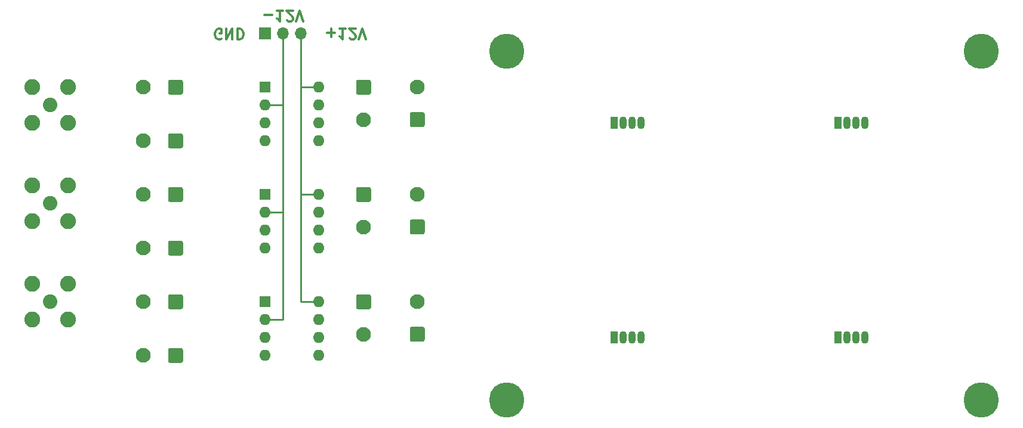
<source format=gbr>
%TF.GenerationSoftware,KiCad,Pcbnew,(5.1.9)-1*%
%TF.CreationDate,2022-04-08T15:22:57-04:00*%
%TF.ProjectId,March_PCB_Design_2_2b2848RGB,4d617263-685f-4504-9342-5f4465736967,rev?*%
%TF.SameCoordinates,Original*%
%TF.FileFunction,Copper,L2,Bot*%
%TF.FilePolarity,Positive*%
%FSLAX46Y46*%
G04 Gerber Fmt 4.6, Leading zero omitted, Abs format (unit mm)*
G04 Created by KiCad (PCBNEW (5.1.9)-1) date 2022-04-08 15:22:57*
%MOMM*%
%LPD*%
G01*
G04 APERTURE LIST*
%TA.AperFunction,NonConductor*%
%ADD10C,0.300000*%
%TD*%
%TA.AperFunction,ComponentPad*%
%ADD11O,1.600000X1.600000*%
%TD*%
%TA.AperFunction,ComponentPad*%
%ADD12R,1.600000X1.600000*%
%TD*%
%TA.AperFunction,ComponentPad*%
%ADD13O,1.700000X1.700000*%
%TD*%
%TA.AperFunction,ComponentPad*%
%ADD14R,1.700000X1.700000*%
%TD*%
%TA.AperFunction,ComponentPad*%
%ADD15O,1.070000X1.800000*%
%TD*%
%TA.AperFunction,ComponentPad*%
%ADD16R,1.070000X1.800000*%
%TD*%
%TA.AperFunction,ComponentPad*%
%ADD17C,2.900000*%
%TD*%
%TA.AperFunction,ConnectorPad*%
%ADD18C,5.000000*%
%TD*%
%TA.AperFunction,ComponentPad*%
%ADD19C,2.100000*%
%TD*%
%TA.AperFunction,ComponentPad*%
%ADD20C,2.250000*%
%TD*%
%TA.AperFunction,ComponentPad*%
%ADD21C,2.050000*%
%TD*%
%TA.AperFunction,Conductor*%
%ADD22C,0.250000*%
%TD*%
G04 APERTURE END LIST*
D10*
X114197142Y-64662857D02*
X115340000Y-64662857D01*
X114768571Y-64091428D02*
X114768571Y-65234285D01*
X116840000Y-64091428D02*
X115982857Y-64091428D01*
X116411428Y-64091428D02*
X116411428Y-65591428D01*
X116268571Y-65377142D01*
X116125714Y-65234285D01*
X115982857Y-65162857D01*
X117411428Y-65448571D02*
X117482857Y-65520000D01*
X117625714Y-65591428D01*
X117982857Y-65591428D01*
X118125714Y-65520000D01*
X118197142Y-65448571D01*
X118268571Y-65305714D01*
X118268571Y-65162857D01*
X118197142Y-64948571D01*
X117340000Y-64091428D01*
X118268571Y-64091428D01*
X118697142Y-65591428D02*
X119197142Y-64091428D01*
X119697142Y-65591428D01*
X105307142Y-62122857D02*
X106450000Y-62122857D01*
X107950000Y-61551428D02*
X107092857Y-61551428D01*
X107521428Y-61551428D02*
X107521428Y-63051428D01*
X107378571Y-62837142D01*
X107235714Y-62694285D01*
X107092857Y-62622857D01*
X108521428Y-62908571D02*
X108592857Y-62980000D01*
X108735714Y-63051428D01*
X109092857Y-63051428D01*
X109235714Y-62980000D01*
X109307142Y-62908571D01*
X109378571Y-62765714D01*
X109378571Y-62622857D01*
X109307142Y-62408571D01*
X108450000Y-61551428D01*
X109378571Y-61551428D01*
X109807142Y-63051428D02*
X110307142Y-61551428D01*
X110807142Y-63051428D01*
X99187142Y-65520000D02*
X99044285Y-65591428D01*
X98830000Y-65591428D01*
X98615714Y-65520000D01*
X98472857Y-65377142D01*
X98401428Y-65234285D01*
X98330000Y-64948571D01*
X98330000Y-64734285D01*
X98401428Y-64448571D01*
X98472857Y-64305714D01*
X98615714Y-64162857D01*
X98830000Y-64091428D01*
X98972857Y-64091428D01*
X99187142Y-64162857D01*
X99258571Y-64234285D01*
X99258571Y-64734285D01*
X98972857Y-64734285D01*
X99901428Y-64091428D02*
X99901428Y-65591428D01*
X100758571Y-64091428D01*
X100758571Y-65591428D01*
X101472857Y-64091428D02*
X101472857Y-65591428D01*
X101830000Y-65591428D01*
X102044285Y-65520000D01*
X102187142Y-65377142D01*
X102258571Y-65234285D01*
X102330000Y-64948571D01*
X102330000Y-64734285D01*
X102258571Y-64448571D01*
X102187142Y-64305714D01*
X102044285Y-64162857D01*
X101830000Y-64091428D01*
X101472857Y-64091428D01*
D11*
%TO.P,J6,8*%
%TO.N,+12V*%
X113030000Y-102870000D03*
%TO.P,J6,4*%
%TO.N,Net-(J6-Pad4)*%
X105410000Y-110490000D03*
%TO.P,J6,7*%
%TO.N,Net-(J6-Pad7)*%
X113030000Y-105410000D03*
%TO.P,J6,3*%
%TO.N,Net-(J6-Pad3)*%
X105410000Y-107950000D03*
%TO.P,J6,6*%
%TO.N,Net-(J6-Pad6)*%
X113030000Y-107950000D03*
%TO.P,J6,2*%
%TO.N,-12V*%
X105410000Y-105410000D03*
%TO.P,J6,5*%
%TO.N,Net-(J6-Pad5)*%
X113030000Y-110490000D03*
D12*
%TO.P,J6,1*%
%TO.N,Net-(J6-Pad1)*%
X105410000Y-102870000D03*
%TD*%
D13*
%TO.P,REF\u002A\u002A,3*%
%TO.N,+12V*%
X110490000Y-64770000D03*
%TO.P,REF\u002A\u002A,2*%
%TO.N,-12V*%
X107950000Y-64770000D03*
D14*
%TO.P,REF\u002A\u002A,1*%
%TO.N,GND*%
X105410000Y-64770000D03*
%TD*%
D15*
%TO.P,D3,4*%
%TO.N,Net-(D1-Pad4)*%
X158750000Y-107950000D03*
%TO.P,D3,3*%
%TO.N,GND*%
X157480000Y-107950000D03*
%TO.P,D3,2*%
%TO.N,Net-(D1-Pad2)*%
X156210000Y-107950000D03*
D16*
%TO.P,D3,1*%
%TO.N,Net-(D1-Pad1)*%
X154940000Y-107950000D03*
%TD*%
D17*
%TO.P,REF\u002A\u002A,1*%
%TO.N,N/C*%
X139700000Y-67310000D03*
D18*
X139700000Y-67310000D03*
%TD*%
D17*
%TO.P,REF\u002A\u002A,1*%
%TO.N,N/C*%
X139700000Y-116840000D03*
D18*
X139700000Y-116840000D03*
%TD*%
D17*
%TO.P,REF\u002A\u002A,1*%
%TO.N,N/C*%
X207010000Y-116840000D03*
D18*
X207010000Y-116840000D03*
%TD*%
%TO.P,REF\u002A\u002A,1*%
%TO.N,N/C*%
X207010000Y-67310000D03*
D17*
X207010000Y-67310000D03*
%TD*%
D19*
%TO.P,R12,2*%
%TO.N,Net-(J6-Pad1)*%
X127000000Y-102870000D03*
%TO.P,R12,1*%
%TO.N,Net-(D1-Pad1)*%
%TA.AperFunction,ComponentPad*%
G36*
G01*
X127800001Y-108520000D02*
X126199999Y-108520000D01*
G75*
G02*
X125950000Y-108270001I0J249999D01*
G01*
X125950000Y-106669999D01*
G75*
G02*
X126199999Y-106420000I249999J0D01*
G01*
X127800001Y-106420000D01*
G75*
G02*
X128050000Y-106669999I0J-249999D01*
G01*
X128050000Y-108270001D01*
G75*
G02*
X127800001Y-108520000I-249999J0D01*
G01*
G37*
%TD.AperFunction*%
%TD*%
%TO.P,R11,2*%
%TO.N,Net-(J5-Pad1)*%
X127000000Y-87630000D03*
%TO.P,R11,1*%
%TO.N,Net-(D1-Pad2)*%
%TA.AperFunction,ComponentPad*%
G36*
G01*
X127800001Y-93280000D02*
X126199999Y-93280000D01*
G75*
G02*
X125950000Y-93030001I0J249999D01*
G01*
X125950000Y-91429999D01*
G75*
G02*
X126199999Y-91180000I249999J0D01*
G01*
X127800001Y-91180000D01*
G75*
G02*
X128050000Y-91429999I0J-249999D01*
G01*
X128050000Y-93030001D01*
G75*
G02*
X127800001Y-93280000I-249999J0D01*
G01*
G37*
%TD.AperFunction*%
%TD*%
%TO.P,R10,2*%
%TO.N,Net-(J4-Pad1)*%
X127000000Y-72390000D03*
%TO.P,R10,1*%
%TO.N,Net-(D1-Pad4)*%
%TA.AperFunction,ComponentPad*%
G36*
G01*
X127800001Y-78040000D02*
X126199999Y-78040000D01*
G75*
G02*
X125950000Y-77790001I0J249999D01*
G01*
X125950000Y-76189999D01*
G75*
G02*
X126199999Y-75940000I249999J0D01*
G01*
X127800001Y-75940000D01*
G75*
G02*
X128050000Y-76189999I0J-249999D01*
G01*
X128050000Y-77790001D01*
G75*
G02*
X127800001Y-78040000I-249999J0D01*
G01*
G37*
%TD.AperFunction*%
%TD*%
%TO.P,R9,2*%
%TO.N,Net-(J6-Pad6)*%
X119380000Y-107470000D03*
%TO.P,R9,1*%
%TO.N,Net-(J6-Pad1)*%
%TA.AperFunction,ComponentPad*%
G36*
G01*
X118579999Y-101820000D02*
X120180001Y-101820000D01*
G75*
G02*
X120430000Y-102069999I0J-249999D01*
G01*
X120430000Y-103670001D01*
G75*
G02*
X120180001Y-103920000I-249999J0D01*
G01*
X118579999Y-103920000D01*
G75*
G02*
X118330000Y-103670001I0J249999D01*
G01*
X118330000Y-102069999D01*
G75*
G02*
X118579999Y-101820000I249999J0D01*
G01*
G37*
%TD.AperFunction*%
%TD*%
%TO.P,R8,2*%
%TO.N,Net-(J5-Pad6)*%
X119380000Y-92230000D03*
%TO.P,R8,1*%
%TO.N,Net-(J5-Pad1)*%
%TA.AperFunction,ComponentPad*%
G36*
G01*
X118579999Y-86580000D02*
X120180001Y-86580000D01*
G75*
G02*
X120430000Y-86829999I0J-249999D01*
G01*
X120430000Y-88430001D01*
G75*
G02*
X120180001Y-88680000I-249999J0D01*
G01*
X118579999Y-88680000D01*
G75*
G02*
X118330000Y-88430001I0J249999D01*
G01*
X118330000Y-86829999D01*
G75*
G02*
X118579999Y-86580000I249999J0D01*
G01*
G37*
%TD.AperFunction*%
%TD*%
%TO.P,R7,2*%
%TO.N,Net-(J4-Pad6)*%
X119380000Y-76990000D03*
%TO.P,R7,1*%
%TO.N,Net-(J4-Pad1)*%
%TA.AperFunction,ComponentPad*%
G36*
G01*
X118579999Y-71340000D02*
X120180001Y-71340000D01*
G75*
G02*
X120430000Y-71589999I0J-249999D01*
G01*
X120430000Y-73190001D01*
G75*
G02*
X120180001Y-73440000I-249999J0D01*
G01*
X118579999Y-73440000D01*
G75*
G02*
X118330000Y-73190001I0J249999D01*
G01*
X118330000Y-71589999D01*
G75*
G02*
X118579999Y-71340000I249999J0D01*
G01*
G37*
%TD.AperFunction*%
%TD*%
%TO.P,R6,2*%
%TO.N,Net-(J3-Pad1)*%
X88110000Y-102870000D03*
%TO.P,R6,1*%
%TO.N,Net-(J6-Pad3)*%
%TA.AperFunction,ComponentPad*%
G36*
G01*
X93760000Y-102069999D02*
X93760000Y-103670001D01*
G75*
G02*
X93510001Y-103920000I-249999J0D01*
G01*
X91909999Y-103920000D01*
G75*
G02*
X91660000Y-103670001I0J249999D01*
G01*
X91660000Y-102069999D01*
G75*
G02*
X91909999Y-101820000I249999J0D01*
G01*
X93510001Y-101820000D01*
G75*
G02*
X93760000Y-102069999I0J-249999D01*
G01*
G37*
%TD.AperFunction*%
%TD*%
%TO.P,R5,2*%
%TO.N,GND*%
X88110000Y-110490000D03*
%TO.P,R5,1*%
%TO.N,Net-(J6-Pad6)*%
%TA.AperFunction,ComponentPad*%
G36*
G01*
X93760000Y-109689999D02*
X93760000Y-111290001D01*
G75*
G02*
X93510001Y-111540000I-249999J0D01*
G01*
X91909999Y-111540000D01*
G75*
G02*
X91660000Y-111290001I0J249999D01*
G01*
X91660000Y-109689999D01*
G75*
G02*
X91909999Y-109440000I249999J0D01*
G01*
X93510001Y-109440000D01*
G75*
G02*
X93760000Y-109689999I0J-249999D01*
G01*
G37*
%TD.AperFunction*%
%TD*%
%TO.P,R4,2*%
%TO.N,Net-(J2-Pad1)*%
X88110000Y-87630000D03*
%TO.P,R4,1*%
%TO.N,Net-(J5-Pad3)*%
%TA.AperFunction,ComponentPad*%
G36*
G01*
X93760000Y-86829999D02*
X93760000Y-88430001D01*
G75*
G02*
X93510001Y-88680000I-249999J0D01*
G01*
X91909999Y-88680000D01*
G75*
G02*
X91660000Y-88430001I0J249999D01*
G01*
X91660000Y-86829999D01*
G75*
G02*
X91909999Y-86580000I249999J0D01*
G01*
X93510001Y-86580000D01*
G75*
G02*
X93760000Y-86829999I0J-249999D01*
G01*
G37*
%TD.AperFunction*%
%TD*%
%TO.P,R3,2*%
%TO.N,GND*%
X88110000Y-95250000D03*
%TO.P,R3,1*%
%TO.N,Net-(J5-Pad6)*%
%TA.AperFunction,ComponentPad*%
G36*
G01*
X93760000Y-94449999D02*
X93760000Y-96050001D01*
G75*
G02*
X93510001Y-96300000I-249999J0D01*
G01*
X91909999Y-96300000D01*
G75*
G02*
X91660000Y-96050001I0J249999D01*
G01*
X91660000Y-94449999D01*
G75*
G02*
X91909999Y-94200000I249999J0D01*
G01*
X93510001Y-94200000D01*
G75*
G02*
X93760000Y-94449999I0J-249999D01*
G01*
G37*
%TD.AperFunction*%
%TD*%
%TO.P,R2,2*%
%TO.N,Net-(J1-Pad1)*%
X88110000Y-72390000D03*
%TO.P,R2,1*%
%TO.N,Net-(J4-Pad3)*%
%TA.AperFunction,ComponentPad*%
G36*
G01*
X93760000Y-71589999D02*
X93760000Y-73190001D01*
G75*
G02*
X93510001Y-73440000I-249999J0D01*
G01*
X91909999Y-73440000D01*
G75*
G02*
X91660000Y-73190001I0J249999D01*
G01*
X91660000Y-71589999D01*
G75*
G02*
X91909999Y-71340000I249999J0D01*
G01*
X93510001Y-71340000D01*
G75*
G02*
X93760000Y-71589999I0J-249999D01*
G01*
G37*
%TD.AperFunction*%
%TD*%
%TO.P,R1,2*%
%TO.N,GND*%
X88110000Y-80010000D03*
%TO.P,R1,1*%
%TO.N,Net-(J4-Pad6)*%
%TA.AperFunction,ComponentPad*%
G36*
G01*
X93760000Y-79209999D02*
X93760000Y-80810001D01*
G75*
G02*
X93510001Y-81060000I-249999J0D01*
G01*
X91909999Y-81060000D01*
G75*
G02*
X91660000Y-80810001I0J249999D01*
G01*
X91660000Y-79209999D01*
G75*
G02*
X91909999Y-78960000I249999J0D01*
G01*
X93510001Y-78960000D01*
G75*
G02*
X93760000Y-79209999I0J-249999D01*
G01*
G37*
%TD.AperFunction*%
%TD*%
D11*
%TO.P,J5,8*%
%TO.N,+12V*%
X113030000Y-87630000D03*
%TO.P,J5,4*%
%TO.N,Net-(J5-Pad4)*%
X105410000Y-95250000D03*
%TO.P,J5,7*%
%TO.N,Net-(J5-Pad7)*%
X113030000Y-90170000D03*
%TO.P,J5,3*%
%TO.N,Net-(J5-Pad3)*%
X105410000Y-92710000D03*
%TO.P,J5,6*%
%TO.N,Net-(J5-Pad6)*%
X113030000Y-92710000D03*
%TO.P,J5,2*%
%TO.N,-12V*%
X105410000Y-90170000D03*
%TO.P,J5,5*%
%TO.N,Net-(J5-Pad5)*%
X113030000Y-95250000D03*
D12*
%TO.P,J5,1*%
%TO.N,Net-(J5-Pad1)*%
X105410000Y-87630000D03*
%TD*%
D11*
%TO.P,J4,8*%
%TO.N,+12V*%
X113030000Y-72390000D03*
%TO.P,J4,4*%
%TO.N,Net-(J4-Pad4)*%
X105410000Y-80010000D03*
%TO.P,J4,7*%
%TO.N,Net-(J4-Pad7)*%
X113030000Y-74930000D03*
%TO.P,J4,3*%
%TO.N,Net-(J4-Pad3)*%
X105410000Y-77470000D03*
%TO.P,J4,6*%
%TO.N,Net-(J4-Pad6)*%
X113030000Y-77470000D03*
%TO.P,J4,2*%
%TO.N,-12V*%
X105410000Y-74930000D03*
%TO.P,J4,5*%
%TO.N,Net-(J4-Pad5)*%
X113030000Y-80010000D03*
D12*
%TO.P,J4,1*%
%TO.N,Net-(J4-Pad1)*%
X105410000Y-72390000D03*
%TD*%
D20*
%TO.P,J3,2*%
%TO.N,GND*%
X72390000Y-100330000D03*
X72390000Y-105410000D03*
X77470000Y-105410000D03*
X77470000Y-100330000D03*
D21*
%TO.P,J3,1*%
%TO.N,Net-(J3-Pad1)*%
X74930000Y-102870000D03*
%TD*%
D20*
%TO.P,J2,2*%
%TO.N,GND*%
X72390000Y-86360000D03*
X72390000Y-91440000D03*
X77470000Y-91440000D03*
X77470000Y-86360000D03*
D21*
%TO.P,J2,1*%
%TO.N,Net-(J2-Pad1)*%
X74930000Y-88900000D03*
%TD*%
D20*
%TO.P,J1,2*%
%TO.N,GND*%
X72390000Y-72390000D03*
X72390000Y-77470000D03*
X77470000Y-77470000D03*
X77470000Y-72390000D03*
D21*
%TO.P,J1,1*%
%TO.N,Net-(J1-Pad1)*%
X74930000Y-74930000D03*
%TD*%
D15*
%TO.P,D4,4*%
%TO.N,Net-(D1-Pad4)*%
X190500000Y-107950000D03*
%TO.P,D4,3*%
%TO.N,GND*%
X189230000Y-107950000D03*
%TO.P,D4,2*%
%TO.N,Net-(D1-Pad2)*%
X187960000Y-107950000D03*
D16*
%TO.P,D4,1*%
%TO.N,Net-(D1-Pad1)*%
X186690000Y-107950000D03*
%TD*%
D15*
%TO.P,D2,4*%
%TO.N,Net-(D1-Pad4)*%
X190500000Y-77470000D03*
%TO.P,D2,3*%
%TO.N,GND*%
X189230000Y-77470000D03*
%TO.P,D2,2*%
%TO.N,Net-(D1-Pad2)*%
X187960000Y-77470000D03*
D16*
%TO.P,D2,1*%
%TO.N,Net-(D1-Pad1)*%
X186690000Y-77470000D03*
%TD*%
D15*
%TO.P,D1,4*%
%TO.N,Net-(D1-Pad4)*%
X158750000Y-77470000D03*
%TO.P,D1,3*%
%TO.N,GND*%
X157480000Y-77470000D03*
%TO.P,D1,2*%
%TO.N,Net-(D1-Pad2)*%
X156210000Y-77470000D03*
D16*
%TO.P,D1,1*%
%TO.N,Net-(D1-Pad1)*%
X154940000Y-77470000D03*
%TD*%
D22*
%TO.N,+12V*%
X110490000Y-72390000D02*
X110490000Y-102870000D01*
X110490000Y-102870000D02*
X113030000Y-102870000D01*
X113030000Y-87630000D02*
X110490000Y-87630000D01*
X113030000Y-72390000D02*
X110490000Y-72390000D01*
X110490000Y-72390000D02*
X110490000Y-64770000D01*
%TO.N,-12V*%
X107950000Y-105410000D02*
X105410000Y-105410000D01*
X107950000Y-105410000D02*
X107950000Y-74930000D01*
X107950000Y-74930000D02*
X105410000Y-74930000D01*
X105410000Y-90170000D02*
X107950000Y-90170000D01*
X107950000Y-74930000D02*
X107950000Y-64770000D01*
%TD*%
M02*

</source>
